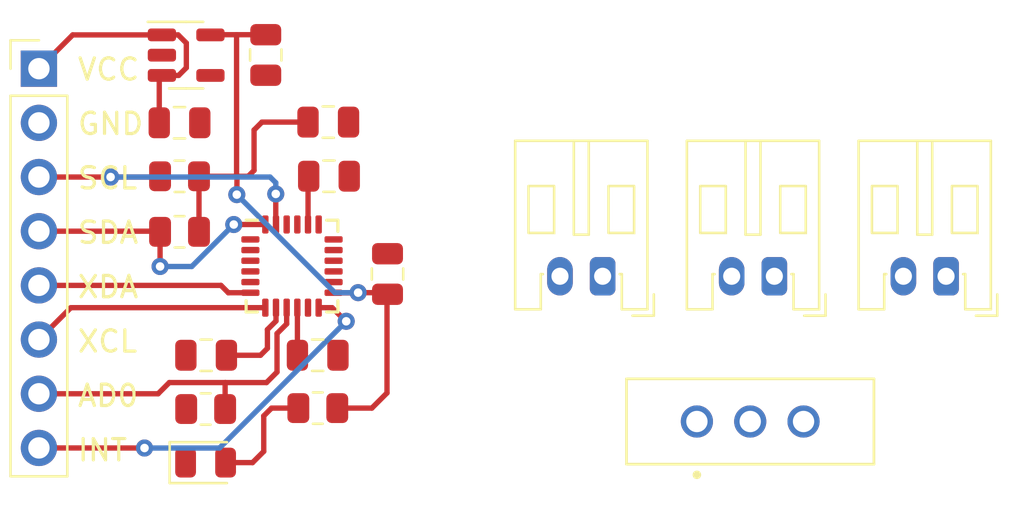
<source format=kicad_pcb>
(kicad_pcb (version 20221018) (generator pcbnew)
  (layers (0 "F.Cu" signal) (31 "B.Cu" signal) (34 "B.Paste" user) (35 "F.Paste" user) (36 "B.SilkS" user "B.Silkscreen") (37 "F.SilkS" user "F.Silkscreen") (38 "B.Mask" user) (39 "F.Mask" user) (44 "Edge.Cuts" user))
  (net 0 "")
  (net 1 "VCC")
  (net 2 "GND")
  (net 3 "+3.3V")
  (net 4 "Net-(U1-REGOUT)")
  (net 5 "Net-(U1-CPOUT)")
  (net 6 "Net-(D1-A)")
  (net 7 "/SCL")
  (net 8 "/SDA")
  (net 9 "/XDA")
  (net 10 "/XCL")
  (net 11 "/AD0")
  (net 12 "/INT")
  (net 25 "Net-(J2-Pin_1)")
  (net 26 "Net-(J2-Pin_2)")
  (net 27 "Net-(J3-Pin_2)")
  (net 28 "Net-(J4-Pin_1)")
  (footprint "Resistor_SMD:R_0805_2012Metric" (layer "F.Cu") (at 162.920984 79.069656 180)
    (fp_text reference "R3" hide)
    (fp_text value "4.7k")
    (fp_line (start -0.227064 -0.735) (end 0.227064 -0.735) (stroke (width 0.12)) (layer "F.SilkS"))
    (fp_line (start -0.227064 0.735) (end 0.227064 0.735) (stroke (width 0.12)) (layer "F.SilkS"))
    (pad "1" smd roundrect (at -0.9125 0 180) (size 1.025 1.4) (layers "F.Cu" "F.Paste" "F.Mask") (roundrect_rratio 0.243902) (net 3 "+3.3V"))
    (pad "2" smd roundrect (at 0.9125 0 180) (size 1.025 1.4) (layers "F.Cu" "F.Paste" "F.Mask") (roundrect_rratio 0.243902) (net 8 "/SDA"))
  )
  (footprint "Connector_TE-Connectivity:TE_440055-2_1x02_P2.00mm_Horizontal" (layer "F.Cu") (at 182.756482 81.152333 180)
    (fp_text reference "J4" hide)
    (fp_text value "Conn_01x02")
    (fp_line (start -2.4 -1.85) (end -2.4 -0.85) (stroke (width 0.12)) (layer "F.SilkS"))
    (fp_line (start -2.4 -1.85) (end -1.4 -1.85) (stroke (width 0.12)) (layer "F.SilkS"))
    (fp_line (start -2.1 -1.55) (end -2.1 6.35) (stroke (width 0.12)) (layer "F.SilkS"))
    (fp_line (start -2.1 6.35) (end 4.1 6.35) (stroke (width 0.12)) (layer "F.SilkS"))
    (fp_line (start -0.9 -1.55) (end -2.1 -1.55) (stroke (width 0.12)) (layer "F.SilkS"))
    (fp_line (start -0.9 0.1) (end -0.9 -1.55) (stroke (width 0.12)) (layer "F.SilkS"))
    (fp_line (start -0.8 0.1) (end -0.9 0.1) (stroke (width 0.12)) (layer "F.SilkS"))
    (fp_line (start 0.65 1.95) (end 0.65 6.35) (stroke (width 0.12)) (layer "F.SilkS"))
    (fp_line (start 0.65 1.95) (end 1.35 1.95) (stroke (width 0.12)) (layer "F.SilkS"))
    (fp_line (start 1.35 1.95) (end 1.35 6.35) (stroke (width 0.12)) (layer "F.SilkS"))
    (fp_line (start 2.9 -1.55) (end 2.9 0.1) (stroke (width 0.12)) (layer "F.SilkS"))
    (fp_line (start 2.9 0.1) (end 2.8 0.1) (stroke (width 0.12)) (layer "F.SilkS"))
    (fp_line (start 4.1 -1.55) (end 2.9 -1.55) (stroke (width 0.12)) (layer "F.SilkS"))
    (fp_line (start 4.1 6.35) (end 4.1 -1.55) (stroke (width 0.12)) (layer "F.SilkS"))
    (fp_rect (start -1.475 2.03) (end -0.275 4.23) (stroke (width 0.12)) (fill none) (layer "F.SilkS"))
    (fp_rect (start 2.275 2.03) (end 3.475 4.23) (stroke (width 0.12)) (fill none) (layer "F.SilkS"))
    (pad "1" thru_hole roundrect (at 0 0 180) (size 1.2 1.8) (drill 0.8) (layers "*.Cu" "*.Mask") (net 28 "Net-(J4-Pin_1)"))
    (pad "2" thru_hole oval (at 2 0 180) (size 1.2 1.8) (drill 0.8) (layers "*.Cu" "*.Mask") (net 27 "Net-(J3-Pin_2)"))
  )
  (footprint "Connector_TE-Connectivity:TE_440055-2_1x02_P2.00mm_Horizontal" (layer "F.Cu") (at 198.856478 81.152336 180)
    (fp_text reference "J2" hide)
    (fp_text value "Conn_01x02")
    (fp_line (start -2.4 -1.85) (end -2.4 -0.85) (stroke (width 0.12)) (layer "F.SilkS"))
    (fp_line (start -2.4 -1.85) (end -1.4 -1.85) (stroke (width 0.12)) (layer "F.SilkS"))
    (fp_line (start -2.1 -1.55) (end -2.1 6.35) (stroke (width 0.12)) (layer "F.SilkS"))
    (fp_line (start -2.1 6.35) (end 4.1 6.35) (stroke (width 0.12)) (layer "F.SilkS"))
    (fp_line (start -0.9 -1.55) (end -2.1 -1.55) (stroke (width 0.12)) (layer "F.SilkS"))
    (fp_line (start -0.9 0.1) (end -0.9 -1.55) (stroke (width 0.12)) (layer "F.SilkS"))
    (fp_line (start -0.8 0.1) (end -0.9 0.1) (stroke (width 0.12)) (layer "F.SilkS"))
    (fp_line (start 0.65 1.95) (end 0.65 6.35) (stroke (width 0.12)) (layer "F.SilkS"))
    (fp_line (start 0.65 1.95) (end 1.35 1.95) (stroke (width 0.12)) (layer "F.SilkS"))
    (fp_line (start 1.35 1.95) (end 1.35 6.35) (stroke (width 0.12)) (layer "F.SilkS"))
    (fp_line (start 2.9 -1.55) (end 2.9 0.1) (stroke (width 0.12)) (layer "F.SilkS"))
    (fp_line (start 2.9 0.1) (end 2.8 0.1) (stroke (width 0.12)) (layer "F.SilkS"))
    (fp_line (start 4.1 -1.55) (end 2.9 -1.55) (stroke (width 0.12)) (layer "F.SilkS"))
    (fp_line (start 4.1 6.35) (end 4.1 -1.55) (stroke (width 0.12)) (layer "F.SilkS"))
    (fp_rect (start -1.475 2.03) (end -0.275 4.23) (stroke (width 0.12)) (fill none) (layer "F.SilkS"))
    (fp_rect (start 2.275 2.03) (end 3.475 4.23) (stroke (width 0.12)) (fill none) (layer "F.SilkS"))
    (pad "1" thru_hole roundrect (at 0 0 180) (size 1.2 1.8) (drill 0.8) (layers "*.Cu" "*.Mask") (net 25 "Net-(J2-Pin_1)"))
    (pad "2" thru_hole oval (at 2 0 180) (size 1.2 1.8) (drill 0.8) (layers "*.Cu" "*.Mask") (net 26 "Net-(J2-Pin_2)"))
  )
  (footprint "_mylib:SW_EG1218" (layer "F.Cu") (at 189.675552 87.961384)
    (fp_text reference "S1" hide)
    (fp_text value "EG1218")
    (fp_line (start -5.8 -2) (end 5.8 -2) (stroke (width 0.127)) (layer "F.SilkS"))
    (fp_line (start -5.8 2) (end -5.8 -2) (stroke (width 0.127)) (layer "F.SilkS"))
    (fp_line (start 5.8 -2) (end 5.8 2) (stroke (width 0.127)) (layer "F.SilkS"))
    (fp_line (start 5.8 2) (end -5.8 2) (stroke (width 0.127)) (layer "F.SilkS"))
    (fp_circle (center -2.5 2.5) (end -2.4 2.5) (stroke (width 0.2)) (fill none) (layer "F.SilkS"))
    (pad "1" thru_hole circle (at -2.5 0) (size 1.508 1.508) (drill 1) (layers "*.Cu" "*.Mask") (net 25 "Net-(J2-Pin_1)"))
    (pad "2" thru_hole circle (at 0 0) (size 1.508 1.508) (drill 1) (layers "*.Cu" "*.Mask"))
    (pad "3" thru_hole circle (at 2.5 0) (size 1.508 1.508) (drill 1) (layers "*.Cu" "*.Mask") (net 28 "Net-(J4-Pin_1)"))
  )
  (footprint "Resistor_SMD:R_0805_2012Metric" (layer "F.Cu") (at 169.40362 87.333405 180)
    (fp_text reference "R1" hide)
    (fp_text value "1K")
    (fp_line (start -0.227064 -0.735) (end 0.227064 -0.735) (stroke (width 0.12)) (layer "F.SilkS"))
    (fp_line (start -0.227064 0.735) (end 0.227064 0.735) (stroke (width 0.12)) (layer "F.SilkS"))
    (pad "1" smd roundrect (at -0.9125 0 180) (size 1.025 1.4) (layers "F.Cu" "F.Paste" "F.Mask") (roundrect_rratio 0.243902) (net 3 "+3.3V"))
    (pad "2" smd roundrect (at 0.9125 0 180) (size 1.025 1.4) (layers "F.Cu" "F.Paste" "F.Mask") (roundrect_rratio 0.243902) (net 6 "Net-(D1-A)"))
  )
  (footprint "Capacitor_SMD:C_0805_2012Metric" (layer "F.Cu") (at 169.894302 73.925528)
    (fp_text reference "C5" hide)
    (fp_text value "0.1 uF")
    (fp_line (start -0.261252 -0.735) (end 0.261252 -0.735) (stroke (width 0.12)) (layer "F.SilkS"))
    (fp_line (start -0.261252 0.735) (end 0.261252 0.735) (stroke (width 0.12)) (layer "F.SilkS"))
    (pad "1" smd roundrect (at -0.95 0) (size 1 1.45) (layers "F.Cu" "F.Paste" "F.Mask") (net 3 "+3.3V"))
    (pad "2" smd roundrect (at 0.95 0) (size 1 1.45) (layers "F.Cu" "F.Paste" "F.Mask") (net 2 "GND"))
  )
  (footprint "Package_TO_SOT_SMD:SOT-23-5" (layer "F.Cu") (at 163.23165 70.786668)
    (fp_text reference "U2" hide)
    (fp_text value "AP2112K-3.3" hide)
    (fp_line (start 0 -1.56) (end -1.8 -1.56) (stroke (width 0.12)) (layer "F.SilkS"))
    (fp_line (start 0 -1.56) (end 0.8 -1.56) (stroke (width 0.12)) (layer "F.SilkS"))
    (fp_line (start 0 1.56) (end -0.8 1.56) (stroke (width 0.12)) (layer "F.SilkS"))
    (fp_line (start 0 1.56) (end 0.8 1.56) (stroke (width 0.12)) (layer "F.SilkS"))
    (pad "1" smd roundrect (at -1.1375 -0.95) (size 1.325 0.6) (layers "F.Cu" "F.Paste" "F.Mask") (net 1 "VCC"))
    (pad "2" smd roundrect (at -1.1375 0) (size 1.325 0.6) (layers "F.Cu" "F.Paste" "F.Mask") (net 2 "GND"))
    (pad "3" smd roundrect (at -1.1375 0.95) (size 1.325 0.6) (layers "F.Cu" "F.Paste" "F.Mask") (net 1 "VCC"))
    (pad "4" smd roundrect (at 1.1375 0.95) (size 1.325 0.6) (layers "F.Cu" "F.Paste" "F.Mask"))
    (pad "5" smd roundrect (at 1.1375 -0.95) (size 1.325 0.6) (layers "F.Cu" "F.Paste" "F.Mask") (net 3 "+3.3V"))
  )
  (footprint "Connector_PinHeader_2.54mm:PinHeader_1x08_P2.54mm_Vertical" (layer "F.Cu") (at 156.329389 71.420323)
    (fp_text reference "J1" hide)
    (fp_text value "~")
    (fp_line (start -1.33 -1.33) (end 0 -1.33) (stroke (width 0.12)) (layer "F.SilkS"))
    (fp_line (start -1.33 0) (end -1.33 -1.33) (stroke (width 0.12)) (layer "F.SilkS"))
    (fp_line (start -1.33 1.27) (end -1.33 19.11) (stroke (width 0.12)) (layer "F.SilkS"))
    (fp_line (start -1.33 1.27) (end 1.33 1.27) (stroke (width 0.12)) (layer "F.SilkS"))
    (fp_line (start -1.33 19.11) (end 1.33 19.11) (stroke (width 0.12)) (layer "F.SilkS"))
    (fp_line (start 1.33 1.27) (end 1.33 19.11) (stroke (width 0.12)) (layer "F.SilkS"))
    (pad "1" thru_hole rect (at 0 0) (size 1.7 1.7) (drill 1) (layers "*.Cu" "*.Mask") (net 1 "VCC"))
    (pad "2" thru_hole oval (at 0 2.54) (size 1.7 1.7) (drill 1) (layers "*.Cu" "*.Mask") (net 2 "GND"))
    (pad "3" thru_hole oval (at 0 5.08) (size 1.7 1.7) (drill 1) (layers "*.Cu" "*.Mask") (net 7 "/SCL"))
    (pad "4" thru_hole oval (at 0 7.62) (size 1.7 1.7) (drill 1) (layers "*.Cu" "*.Mask") (net 8 "/SDA"))
    (pad "5" thru_hole oval (at 0 10.16) (size 1.7 1.7) (drill 1) (layers "*.Cu" "*.Mask") (net 9 "/XDA"))
    (pad "6" thru_hole oval (at 0 12.7) (size 1.7 1.7) (drill 1) (layers "*.Cu" "*.Mask") (net 10 "/XCL"))
    (pad "7" thru_hole oval (at 0 15.24) (size 1.7 1.7) (drill 1) (layers "*.Cu" "*.Mask") (net 11 "/AD0"))
    (pad "8" thru_hole oval (at 0 17.78) (size 1.7 1.7) (drill 1) (layers "*.Cu" "*.Mask") (net 12 "/INT"))
  )
  (footprint "Resistor_SMD:R_0805_2012Metric" (layer "F.Cu") (at 164.146111 87.376324 180)
    (fp_text reference "R2" hide)
    (fp_text value "4.7k")
    (fp_line (start -0.227064 -0.735) (end 0.227064 -0.735) (stroke (width 0.12)) (layer "F.SilkS"))
    (fp_line (start -0.227064 0.735) (end 0.227064 0.735) (stroke (width 0.12)) (layer "F.SilkS"))
    (pad "1" smd roundrect (at -0.9125 0 180) (size 1.025 1.4) (layers "F.Cu" "F.Paste" "F.Mask") (roundrect_rratio 0.243902) (net 11 "/AD0"))
    (pad "2" smd roundrect (at 0.9125 0 180) (size 1.025 1.4) (layers "F.Cu" "F.Paste" "F.Mask") (roundrect_rratio 0.243902) (net 2 "GND"))
  )
  (footprint "Capacitor_SMD:C_0805_2012Metric" (layer "F.Cu") (at 169.397928 84.855428)
    (fp_text reference "C6" hide)
    (fp_text value "0.1 uF")
    (fp_line (start -0.261252 -0.735) (end 0.261252 -0.735) (stroke (width 0.12)) (layer "F.SilkS"))
    (fp_line (start -0.261252 0.735) (end 0.261252 0.735) (stroke (width 0.12)) (layer "F.SilkS"))
    (pad "1" smd roundrect (at -0.95 0) (size 1 1.45) (layers "F.Cu" "F.Paste" "F.Mask") (net 4 "Net-(U1-REGOUT)"))
    (pad "2" smd roundrect (at 0.95 0) (size 1 1.45) (layers "F.Cu" "F.Paste" "F.Mask") (net 2 "GND"))
  )
  (footprint "LED_SMD:LED_0805_2012Metric" (layer "F.Cu") (at 164.142807 89.88825)
    (fp_text reference "D1" hide)
    (fp_text value "~")
    (fp_line (start -1.685 -0.96) (end -1.685 0.96) (stroke (width 0.12)) (layer "F.SilkS"))
    (fp_line (start -1.685 0.96) (end 1 0.96) (stroke (width 0.12)) (layer "F.SilkS"))
    (fp_line (start 1 -0.96) (end -1.685 -0.96) (stroke (width 0.12)) (layer "F.SilkS"))
    (pad "1" smd roundrect (at -0.9375 0) (size 0.975 1.4) (layers "F.Cu" "F.Paste" "F.Mask") (net 2 "GND"))
    (pad "2" smd roundrect (at 0.9375 0) (size 0.975 1.4) (layers "F.Cu" "F.Paste" "F.Mask") (net 6 "Net-(D1-A)"))
  )
  (footprint "Capacitor_SMD:C_0805_2012Metric" (layer "F.Cu") (at 162.920566 73.957071)
    (fp_text reference "C1" hide)
    (fp_text value "4.7 uF")
    (fp_line (start -0.261252 -0.735) (end 0.261252 -0.735) (stroke (width 0.12)) (layer "F.SilkS"))
    (fp_line (start -0.261252 0.735) (end 0.261252 0.735) (stroke (width 0.12)) (layer "F.SilkS"))
    (pad "1" smd roundrect (at -0.95 0) (size 1 1.45) (layers "F.Cu" "F.Paste" "F.Mask") (net 1 "VCC"))
    (pad "2" smd roundrect (at 0.95 0) (size 1 1.45) (layers "F.Cu" "F.Paste" "F.Mask") (net 2 "GND"))
  )
  (footprint "Capacitor_SMD:C_0805_2012Metric" (layer "F.Cu") (at 172.671606 81.045731 90)
    (fp_text reference "C2" hide)
    (fp_text value "10 uF")
    (fp_line (start -0.261252 -0.735) (end 0.261252 -0.735) (stroke (width 0.12)) (layer "F.SilkS"))
    (fp_line (start -0.261252 0.735) (end 0.261252 0.735) (stroke (width 0.12)) (layer "F.SilkS"))
    (pad "1" smd roundrect (at -0.95 0 90) (size 1 1.45) (layers "F.Cu" "F.Paste" "F.Mask") (net 3 "+3.3V"))
    (pad "2" smd roundrect (at 0.95 0 90) (size 1 1.45) (layers "F.Cu" "F.Paste" "F.Mask") (net 2 "GND"))
  )
  (footprint "Capacitor_SMD:C_0805_2012Metric" (layer "F.Cu") (at 169.926809 76.461068)
    (fp_text reference "C7" hide)
    (fp_text value "2200 pF")
    (fp_line (start -0.261252 -0.735) (end 0.261252 -0.735) (stroke (width 0.12)) (layer "F.SilkS"))
    (fp_line (start -0.261252 0.735) (end 0.261252 0.735) (stroke (width 0.12)) (layer "F.SilkS"))
    (pad "1" smd roundrect (at -0.95 0) (size 1 1.45) (layers "F.Cu" "F.Paste" "F.Mask") (net 5 "Net-(U1-CPOUT)"))
    (pad "2" smd roundrect (at 0.95 0) (size 1 1.45) (layers "F.Cu" "F.Paste" "F.Mask") (net 2 "GND"))
  )
  (footprint "Capacitor_SMD:C_0805_2012Metric" (layer "F.Cu") (at 164.168338 84.856662 180)
    (fp_text reference "C4" hide)
    (fp_text value "0.01 uF")
    (fp_line (start -0.261252 -0.735) (end 0.261252 -0.735) (stroke (width 0.12)) (layer "F.SilkS"))
    (fp_line (start -0.261252 0.735) (end 0.261252 0.735) (stroke (width 0.12)) (layer "F.SilkS"))
    (pad "1" smd roundrect (at -0.95 0 180) (size 1 1.45) (layers "F.Cu" "F.Paste" "F.Mask") (net 3 "+3.3V"))
    (pad "2" smd roundrect (at 0.95 0 180) (size 1 1.45) (layers "F.Cu" "F.Paste" "F.Mask") (net 2 "GND"))
  )
  (footprint "Resistor_SMD:R_0805_2012Metric" (layer "F.Cu") (at 162.920984 76.465966 180)
    (fp_text reference "R4" hide)
    (fp_text value "4.7k")
    (fp_line (start -0.227064 -0.735) (end 0.227064 -0.735) (stroke (width 0.12)) (layer "F.SilkS"))
    (fp_line (start -0.227064 0.735) (end 0.227064 0.735) (stroke (width 0.12)) (layer "F.SilkS"))
    (pad "1" smd roundrect (at -0.9125 0 180) (size 1.025 1.4) (layers "F.Cu" "F.Paste" "F.Mask") (roundrect_rratio 0.243902) (net 3 "+3.3V"))
    (pad "2" smd roundrect (at 0.9125 0 180) (size 1.025 1.4) (layers "F.Cu" "F.Paste" "F.Mask") (roundrect_rratio 0.243902) (net 7 "/SCL"))
  )
  (footprint "Connector_TE-Connectivity:TE_440055-2_1x02_P2.00mm_Horizontal" (layer "F.Cu") (at 190.806479 81.152336 180)
    (fp_text reference "J3" hide)
    (fp_text value "Conn_01x02")
    (fp_line (start -2.4 -1.85) (end -2.4 -0.85) (stroke (width 0.12)) (layer "F.SilkS"))
    (fp_line (start -2.4 -1.85) (end -1.4 -1.85) (stroke (width 0.12)) (layer "F.SilkS"))
    (fp_line (start -2.1 -1.55) (end -2.1 6.35) (stroke (width 0.12)) (layer "F.SilkS"))
    (fp_line (start -2.1 6.35) (end 4.1 6.35) (stroke (width 0.12)) (layer "F.SilkS"))
    (fp_line (start -0.9 -1.55) (end -2.1 -1.55) (stroke (width 0.12)) (layer "F.SilkS"))
    (fp_line (start -0.9 0.1) (end -0.9 -1.55) (stroke (width 0.12)) (layer "F.SilkS"))
    (fp_line (start -0.8 0.1) (end -0.9 0.1) (stroke (width 0.12)) (layer "F.SilkS"))
    (fp_line (start 0.65 1.95) (end 0.65 6.35) (stroke (width 0.12)) (layer "F.SilkS"))
    (fp_line (start 0.65 1.95) (end 1.35 1.95) (stroke (width 0.12)) (layer "F.SilkS"))
    (fp_line (start 1.35 1.95) (end 1.35 6.35) (stroke (width 0.12)) (layer "F.SilkS"))
    (fp_line (start 2.9 -1.55) (end 2.9 0.1) (stroke (width 0.12)) (layer "F.SilkS"))
    (fp_line (start 2.9 0.1) (end 2.8 0.1) (stroke (width 0.12)) (layer "F.SilkS"))
    (fp_line (start 4.1 -1.55) (end 2.9 -1.55) (stroke (width 0.12)) (layer "F.SilkS"))
    (fp_line (start 4.1 6.35) (end 4.1 -1.55) (stroke (width 0.12)) (layer "F.SilkS"))
    (fp_rect (start -1.475 2.03) (end -0.275 4.23) (stroke (width 0.12)) (fill none) (layer "F.SilkS"))
    (fp_rect (start 2.275 2.03) (end 3.475 4.23) (stroke (width 0.12)) (fill none) (layer "F.SilkS"))
    (pad "1" thru_hole roundrect (at 0 0 180) (size 1.2 1.8) (drill 0.8) (layers "*.Cu" "*.Mask") (net 26 "Net-(J2-Pin_2)"))
    (pad "2" thru_hole oval (at 2 0 180) (size 1.2 1.8) (drill 0.8) (layers "*.Cu" "*.Mask") (net 27 "Net-(J3-Pin_2)"))
  )
  (footprint "Capacitor_SMD:C_0805_2012Metric" (layer "F.Cu") (at 166.963184 70.778273 -90)
    (fp_text reference "C3" hide)
    (fp_text value "0.1 uF")
    (fp_line (start -0.261252 -0.735) (end 0.261252 -0.735) (stroke (width 0.12)) (layer "F.SilkS"))
    (fp_line (start -0.261252 0.735) (end 0.261252 0.735) (stroke (width 0.12)) (layer "F.SilkS"))
    (pad "1" smd roundrect (at -0.95 0 270) (size 1 1.45) (layers "F.Cu" "F.Paste" "F.Mask") (net 3 "+3.3V"))
    (pad "2" smd roundrect (at 0.95 0 270) (size 1 1.45) (layers "F.Cu" "F.Paste" "F.Mask") (net 2 "GND"))
  )
  (footprint "Sensor_Motion:InvenSense_QFN-24_4x4mm_P0.5mm" (layer "F.Cu") (at 168.19326 80.67496)
    (fp_text reference "U1" hide)
    (fp_text value "MPU-6050")
    (fp_line (start -2.15 -2.15) (end -1.625 -2.15) (stroke (width 0.15)) (layer "F.SilkS"))
    (fp_line (start -2.15 2.15) (end -2.15 1.625) (stroke (width 0.15)) (layer "F.SilkS"))
    (fp_line (start -2.15 2.15) (end -1.625 2.15) (stroke (width 0.15)) (layer "F.SilkS"))
    (fp_line (start 2.15 -2.15) (end 1.625 -2.15) (stroke (width 0.15)) (layer "F.SilkS"))
    (fp_line (start 2.15 -2.15) (end 2.15 -1.625) (stroke (width 0.15)) (layer "F.SilkS"))
    (fp_line (start 2.15 2.15) (end 1.625 2.15) (stroke (width 0.15)) (layer "F.SilkS"))
    (fp_line (start 2.15 2.15) (end 2.15 1.625) (stroke (width 0.15)) (layer "F.SilkS"))
    (pad "1" smd roundrect (at -1.95 -1.25) (size 0.85 0.3) (layers "F.Cu" "F.Paste" "F.Mask") (net 2 "GND"))
    (pad "2" smd roundrect (at -1.95 -0.75) (size 0.85 0.3) (layers "F.Cu" "F.Paste" "F.Mask"))
    (pad "3" smd roundrect (at -1.95 -0.25) (size 0.85 0.3) (layers "F.Cu" "F.Paste" "F.Mask"))
    (pad "4" smd roundrect (at -1.95 0.25) (size 0.85 0.3) (layers "F.Cu" "F.Paste" "F.Mask"))
    (pad "5" smd roundrect (at -1.95 0.75) (size 0.85 0.3) (layers "F.Cu" "F.Paste" "F.Mask"))
    (pad "6" smd roundrect (at -1.95 1.25) (size 0.85 0.3) (layers "F.Cu" "F.Paste" "F.Mask") (net 9 "/XDA"))
    (pad "7" smd roundrect (at -1.25 1.95 90) (size 0.85 0.3) (layers "F.Cu" "F.Paste" "F.Mask") (net 10 "/XCL"))
    (pad "8" smd roundrect (at -0.75 1.95 90) (size 0.85 0.3) (layers "F.Cu" "F.Paste" "F.Mask") (net 3 "+3.3V"))
    (pad "9" smd roundrect (at -0.25 1.95 90) (size 0.85 0.3) (layers "F.Cu" "F.Paste" "F.Mask") (net 11 "/AD0"))
    (pad "10" smd roundrect (at 0.25 1.95 90) (size 0.85 0.3) (layers "F.Cu" "F.Paste" "F.Mask") (net 4 "Net-(U1-REGOUT)"))
    (pad "11" smd roundrect (at 0.75 1.95 90) (size 0.85 0.3) (layers "F.Cu" "F.Paste" "F.Mask") (net 2 "GND"))
    (pad "12" smd roundrect (at 1.25 1.95 90) (size 0.85 0.3) (layers "F.Cu" "F.Paste" "F.Mask") (net 12 "/INT"))
    (pad "13" smd roundrect (at 1.95 1.25) (size 0.85 0.3) (layers "F.Cu" "F.Paste" "F.Mask") (net 3 "+3.3V"))
    (pad "14" smd roundrect (at 1.95 0.75) (size 0.85 0.3) (layers "F.Cu" "F.Paste" "F.Mask"))
    (pad "15" smd roundrect (at 1.95 0.25) (size 0.85 0.3) (layers "F.Cu" "F.Paste" "F.Mask"))
    (pad "16" smd roundrect (at 1.95 -0.25) (size 0.85 0.3) (layers "F.Cu" "F.Paste" "F.Mask"))
    (pad "17" smd roundrect (at 1.95 -0.75) (size 0.85 0.3) (layers "F.Cu" "F.Paste" "F.Mask"))
    (pad "18" smd roundrect (at 1.95 -1.25) (size 0.85 0.3) (layers "F.Cu" "F.Paste" "F.Mask") (net 2 "GND"))
    (pad "19" smd roundrect (at 1.25 -1.95 90) (size 0.85 0.3) (layers "F.Cu" "F.Paste" "F.Mask"))
    (pad "20" smd roundrect (at 0.75 -1.95 90) (size 0.85 0.3) (layers "F.Cu" "F.Paste" "F.Mask") (net 5 "Net-(U1-CPOUT)"))
    (pad "21" smd roundrect (at 0.25 -1.95 90) (size 0.85 0.3) (layers "F.Cu" "F.Paste" "F.Mask"))
    (pad "22" smd roundrect (at -0.25 -1.95 90) (size 0.85 0.3) (layers "F.Cu" "F.Paste" "F.Mask"))
    (pad "23" smd roundrect (at -0.75 -1.95 90) (size 0.85 0.3) (layers "F.Cu" "F.Paste" "F.Mask") (net 7 "/SCL"))
    (pad "24" smd roundrect (at -1.25 -1.95 90) (size 0.85 0.3) (layers "F.Cu" "F.Paste" "F.Mask") (net 8 "/SDA"))
  )
  (gr_text "XCL" (at 158.067524 84.791329) (layer "F.SilkS") (effects (font (size 1 1)) (justify left bottom)))
  (gr_text "AD0" (at 158.067524 87.341252) (layer "F.SilkS") (effects (font (size 1 1)) (justify left bottom)))
  (gr_text "INT" (at 158.067524 89.891179) (layer "F.SilkS") (effects (font (size 1 1)) (justify left bottom)))
  (gr_text "XDA" (at 158.067524 82.241406) (layer "F.SilkS") (effects (font (size 1 1)) (justify left bottom)))
  (gr_text "VCC" (at 158.067524 72.041714) (layer "F.SilkS") (effects (font (size 1 1)) (justify left bottom)))
  (gr_text "GND" (at 158.067524 74.591637) (layer "F.SilkS") (effects (font (size 1 1)) (justify left bottom)))
  (gr_text "SCL" (at 158.067524 77.14156) (layer "F.SilkS") (effects (font (size 1 1)) (justify left bottom)))
  (gr_text "SDA" (at 158.067524 79.691483) (layer "F.SilkS") (effects (font (size 1 1)) (justify left bottom)))
  (segment (start 163.24011 70.218654) (end 162.858124 69.836668) (width 0.25) (layer "F.Cu") (net 1))
  (segment (start 156.329389 71.420323) (end 156.331739 71.417976) (width 0.25) (layer "F.Cu") (net 1))
  (segment (start 161.970566 73.957071) (end 161.970566 71.860252) (width 0.25) (layer "F.Cu") (net 1))
  (segment (start 162.09415 69.836668) (end 162.122237 69.836668) (width 0.25) (layer "F.Cu") (net 1))
  (segment (start 156.329389 71.420323) (end 156.349586 71.400128) (width 0.25) (layer "F.Cu") (net 1))
  (segment (start 162.09415 69.836668) (end 157.913044 69.836668) (width 0.25) (layer "F.Cu") (net 1))
  (segment (start 162.879293 71.736668) (end 163.24011 71.375851) (width 0.25) (layer "F.Cu") (net 1))
  (segment (start 162.09415 69.836668) (end 162.07168 69.836668) (width 0.25) (layer "F.Cu") (net 1))
  (segment (start 162.09415 71.736668) (end 162.879293 71.736668) (width 0.25) (layer "F.Cu") (net 1))
  (segment (start 163.24011 71.375851) (end 163.24011 70.218654) (width 0.25) (layer "F.Cu") (net 1))
  (segment (start 157.913044 69.836668) (end 156.329389 71.420323) (width 0.25) (layer "F.Cu") (net 1))
  (segment (start 162.858124 69.836668) (end 162.09415 69.836668) (width 0.25) (layer "F.Cu") (net 1))
  (segment (start 162.07168 69.836668) (end 162.034405 69.873943) (width 0.25) (layer "F.Cu") (net 1))
  (segment (start 161.970566 71.860252) (end 162.09415 71.736668) (width 0.25) (layer "F.Cu") (net 1))
  (segment (start 165.594928 76.449714) (end 165.616598 76.471384) (width 0.25) (layer "F.Cu") (net 3))
  (segment (start 166.784469 73.925528) (end 166.414872 74.295125) (width 0.25) (layer "F.Cu") (net 3))
  (segment (start 172.647226 86.623034) (end 171.936855 87.333405) (width 0.25) (layer "F.Cu") (net 3))
  (segment (start 166.963184 69.828273) (end 165.594928 69.828273) (width 0.25) (layer "F.Cu") (net 3))
  (segment (start 166.139231 76.465966) (end 165.61118 76.465966) (width 0.25) (layer "F.Cu") (net 3))
  (segment (start 168.944302 73.925528) (end 166.784469 73.925528) (width 0.25) (layer "F.Cu") (net 3))
  (segment (start 172.596684 81.920809) (end 172.671606 81.995731) (width 0.25) (layer "F.Cu") (net 3))
  (segment (start 166.715655 84.856662) (end 165.118338 84.856662) (width 0.25) (layer "F.Cu") (net 3))
  (segment (start 170.152168 81.933868) (end 170.14326 81.92496) (width 0.25) (layer "F.Cu") (net 3))
  (segment (start 165.616598 76.471384) (end 165.605763 77.32469) (width 0.25) (layer "F.Cu") (net 3))
  (segment (start 166.414872 76.190325) (end 166.139231 76.465966) (width 0.25) (layer "F.Cu") (net 3))
  (segment (start 164.377545 69.828273) (end 164.36915 69.836668) (width 0.25) (layer "F.Cu") (net 3))
  (segment (start 171.293573 81.920809) (end 172.596684 81.920809) (width 0.25) (layer "F.Cu") (net 3))
  (segment (start 165.594928 69.828273) (end 164.377545 69.828273) (width 0.25) (layer "F.Cu") (net 3))
  (segment (start 167.041344 83.651715) (end 167.041344 84.530973) (width 0.25) (layer "F.Cu") (net 3))
  (segment (start 163.833484 76.465966) (end 163.833484 79.069656) (width 0.25) (layer "F.Cu") (net 3))
  (segment (start 171.280514 81.933868) (end 170.152168 81.933868) (width 0.25) (layer "F.Cu") (net 3))
  (segment (start 165.61118 76.465966) (end 163.833484 76.465966) (width 0.25) (layer "F.Cu") (net 3))
  (segment (start 164.392322 69.813496) (end 164.36915 69.836668) (width 0.25) (layer "F.Cu") (net 3))
  (segment (start 167.44326 83.249799) (end 167.041344 83.651715) (width 0.25) (layer "F.Cu") (net 3))
  (segment (start 171.936855 87.333405) (end 170.31612 87.333405) (width 0.25) (layer "F.Cu") (net 3))
  (segment (start 172.647226 82.020111) (end 172.647226 86.623034) (width 0.25) (layer "F.Cu") (net 3))
  (segment (start 165.605763 77.32469) (end 165.616598 77.292183) (width 0.25) (layer "F.Cu") (net 3))
  (segment (start 171.293573 81.920809) (end 171.280514 81.933868) (width 0.25) (layer "F.Cu") (net 3))
  (segment (start 167.44326 82.62496) (end 167.44326 83.249799) (width 0.25) (layer "F.Cu") (net 3))
  (segment (start 167.041344 84.530973) (end 166.715655 84.856662) (width 0.25) (layer "F.Cu") (net 3))
  (segment (start 172.671606 81.995731) (end 172.647226 82.020111) (width 0.25) (layer "F.Cu") (net 3))
  (segment (start 165.594928 69.828273) (end 165.594928 76.449714) (width 0.25) (layer "F.Cu") (net 3))
  (segment (start 166.414872 74.295125) (end 166.414872 76.190325) (width 0.25) (layer "F.Cu") (net 3))
  (via (at 165.605763 77.32469) (size 0.8) (drill 0.4) (layers "F.Cu" "B.Cu") (net 3))
  (via (at 171.293573 81.920809) (size 0.8) (drill 0.4) (layers "F.Cu" "B.Cu") (net 3))
  (segment (start 165.605763 77.32469) (end 170.201882 81.920809) (width 0.25) (layer "B.Cu") (net 3))
  (segment (start 170.201882 81.920809) (end 171.293573 81.920809) (width 0.25) (layer "B.Cu") (net 3))
  (segment (start 168.447928 82.629628) (end 168.44326 82.62496) (width 0.25) (layer "F.Cu") (net 4))
  (segment (start 168.447928 84.855428) (end 168.447928 82.629628) (width 0.25) (layer "F.Cu") (net 4))
  (segment (start 168.945975 78.722245) (end 168.94326 78.72496) (width 0.25) (layer "F.Cu") (net 5))
  (segment (start 168.945975 76.37939) (end 168.945975 78.722245) (width 0.25) (layer "F.Cu") (net 5))
  (segment (start 166.868875 89.363625) (end 166.34425 89.88825) (width 0.25) (layer "F.Cu") (net 6))
  (segment (start 168.49112 87.333405) (end 167.234017 87.333405) (width 0.25) (layer "F.Cu") (net 6))
  (segment (start 167.234017 87.333405) (end 166.868875 87.698547) (width 0.25) (layer "F.Cu") (net 6))
  (segment (start 166.34425 89.88825) (end 165.080307 89.88825) (width 0.25) (layer "F.Cu") (net 6))
  (segment (start 166.868875 87.698547) (end 166.868875 89.363625) (width 0.25) (layer "F.Cu") (net 6))
  (segment (start 167.432838 78.714538) (end 167.44326 78.72496) (width 0.25) (layer "F.Cu") (net 7))
  (segment (start 159.689177 76.500323) (end 156.329389 76.500323) (width 0.25) (layer "F.Cu") (net 7))
  (segment (start 159.689177 76.500323) (end 161.974127 76.500323) (width 0.25) (layer "F.Cu") (net 7))
  (segment (start 167.432838 77.292902) (end 167.432838 78.714538) (width 0.25) (layer "F.Cu") (net 7))
  (segment (start 161.974127 76.500323) (end 162.008484 76.465966) (width 0.25) (layer "F.Cu") (net 7))
  (via (at 167.432838 77.292902) (size 0.8) (drill 0.4) (layers "F.Cu" "B.Cu") (net 7))
  (via (at 159.689177 76.500323) (size 0.8) (drill 0.4) (layers "F.Cu" "B.Cu") (net 7))
  (segment (start 167.432838 76.767462) (end 167.165699 76.500323) (width 0.25) (layer "B.Cu") (net 7))
  (segment (start 167.432838 77.292902) (end 167.432838 76.767462) (width 0.25) (layer "B.Cu") (net 7))
  (segment (start 167.165699 76.500323) (end 159.689177 76.500323) (width 0.25) (layer "B.Cu") (net 7))
  (segment (start 165.465467 78.72496) (end 165.463545 78.726882) (width 0.25) (layer "F.Cu") (net 8))
  (segment (start 162.008484 79.069656) (end 161.979151 79.040323) (width 0.25) (layer "F.Cu") (net 8))
  (segment (start 161.979151 79.040323) (end 156.329389 79.040323) (width 0.25) (layer "F.Cu") (net 8))
  (segment (start 166.94326 78.72496) (end 165.465467 78.72496) (width 0.25) (layer "F.Cu") (net 8))
  (segment (start 165.463545 78.726882) (end 165.461623 78.72496) (width 0.25) (layer "F.Cu") (net 8))
  (segment (start 165.461623 78.72496) (end 165.433964 78.72496) (width 0.25) (layer "F.Cu") (net 8))
  (segment (start 162.009182 80.694153) (end 162.008484 80.635664) (width 0.25) (layer "F.Cu") (net 8))
  (segment (start 162.008484 79.069656) (end 162.009182 80.694153) (width 0.25) (layer "F.Cu") (net 8))
  (via (at 165.463545 78.726882) (size 0.8) (drill 0.4) (layers "F.Cu" "B.Cu") (net 8))
  (via (at 162.009182 80.694153) (size 0.8) (drill 0.4) (layers "F.Cu" "B.Cu") (net 8))
  (segment (start 163.496274 80.694153) (end 165.463545 78.726882) (width 0.25) (layer "B.Cu") (net 8))
  (segment (start 162.009182 80.694153) (end 163.496274 80.694153) (width 0.25) (layer "B.Cu") (net 8))
  (segment (start 165.212801 81.92496) (end 166.24326 81.92496) (width 0.25) (layer "F.Cu") (net 9))
  (segment (start 164.864138 81.580323) (end 165.210788 81.926973) (width 0.25) (layer "F.Cu") (net 9))
  (segment (start 156.329389 81.580323) (end 164.864138 81.580323) (width 0.25) (layer "F.Cu") (net 9))
  (segment (start 165.210788 81.926973) (end 165.212801 81.92496) (width 0.25) (layer "F.Cu") (net 9))
  (segment (start 166.94326 82.62496) (end 157.824752 82.62496) (width 0.25) (layer "F.Cu") (net 10))
  (segment (start 157.824752 82.62496) (end 156.329389 84.120323) (width 0.25) (layer "F.Cu") (net 10))
  (segment (start 167.491344 83.838111) (end 167.94326 83.386195) (width 0.25) (layer "F.Cu") (net 11))
  (segment (start 165.069255 86.135268) (end 166.999225 86.135268) (width 0.25) (layer "F.Cu") (net 11))
  (segment (start 167.94326 83.386195) (end 167.94326 82.62496) (width 0.25) (layer "F.Cu") (net 11))
  (segment (start 156.329389 86.660323) (end 161.916878 86.660323) (width 0.25) (layer "F.Cu") (net 11))
  (segment (start 161.916878 86.660323) (end 162.441933 86.135268) (width 0.25) (layer "F.Cu") (net 11))
  (segment (start 167.491344 85.643149) (end 167.491344 83.838111) (width 0.25) (layer "F.Cu") (net 11))
  (segment (start 165.058611 86.145912) (end 165.069255 86.135268) (width 0.25) (layer "F.Cu") (net 11))
  (segment (start 166.999225 86.135268) (end 167.491344 85.643149) (width 0.25) (layer "F.Cu") (net 11))
  (segment (start 165.058611 87.376324) (end 165.058611 86.145912) (width 0.25) (layer "F.Cu") (net 11))
  (segment (start 162.441933 86.135268) (end 165.069255 86.135268) (width 0.25) (layer "F.Cu") (net 11))
  (segment (start 161.279513 89.204689) (end 161.280267 89.200323) (width 0.25) (layer "F.Cu") (net 12))
  (segment (start 156.329389 89.200323) (end 161.279513 89.204689) (width 0.25) (layer "F.Cu") (net 12))
  (segment (start 169.44326 82.62496) (end 170.075564 82.62496) (width 0.25) (layer "F.Cu") (net 12))
  (segment (start 170.075564 82.62496) (end 170.713748 83.263144) (width 0.25) (layer "F.Cu") (net 12))
  (segment (start 170.735419 83.284815) (end 170.702912 83.252308) (width 0.25) (layer "F.Cu") (net 12))
  (segment (start 170.713748 83.263144) (end 170.735419 83.263144) (width 0.25) (layer "F.Cu") (net 12))
  (segment (start 170.735419 83.263144) (end 170.735419 83.284815) (width 0.25) (layer "F.Cu") (net 12))
  (via (at 170.735419 83.263144) (size 0.8) (drill 0.4) (layers "F.Cu" "B.Cu") (net 12))
  (via (at 161.279513 89.204689) (size 0.8) (drill 0.4) (layers "F.Cu" "B.Cu") (net 12))
  (segment (start 164.793874 89.204689) (end 170.735419 83.263144) (width 0.25) (layer "B.Cu") (net 12))
  (segment (start 161.279513 89.204689) (end 164.793874 89.204689) (width 0.25) (layer "B.Cu") (net 12))
)
</source>
